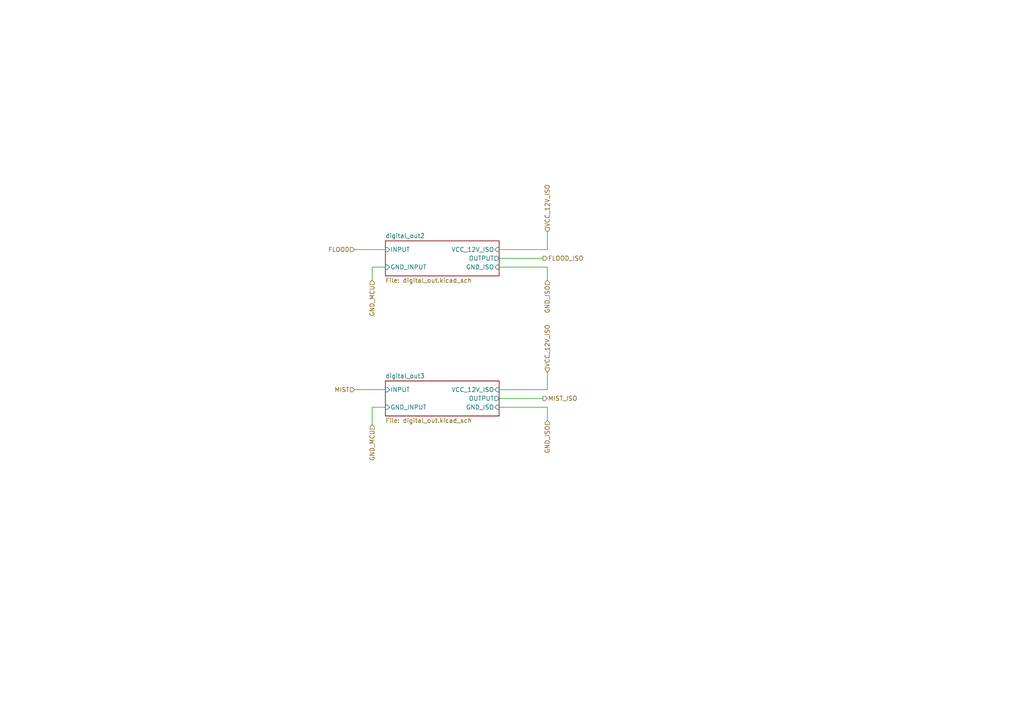
<source format=kicad_sch>
(kicad_sch (version 20211123) (generator eeschema)
  (paper "A4")
  (lib_symbols)
  (wire (pts (xy 107.95 77.47) (xy 107.95 81.28)))
  (wire (pts (xy 144.78 115.57) (xy 157.48 115.57)))
  (wire (pts (xy 111.76 77.47) (xy 107.95 77.47)))
  (wire (pts (xy 144.78 72.39) (xy 158.75 72.39)))
  (wire (pts (xy 144.78 118.11) (xy 158.75 118.11)))
  (wire (pts (xy 158.75 77.47) (xy 158.75 81.28)))
  (wire (pts (xy 158.75 67.31) (xy 158.75 72.39)))
  (wire (pts (xy 144.78 74.93) (xy 157.48 74.93)))
  (wire (pts (xy 144.78 77.47) (xy 158.75 77.47)))
  (wire (pts (xy 102.87 72.39) (xy 111.76 72.39)))
  (wire (pts (xy 158.75 107.95) (xy 158.75 113.03)))
  (wire (pts (xy 144.78 113.03) (xy 158.75 113.03)))
  (wire (pts (xy 107.95 118.11) (xy 107.95 123.19)))
  (wire (pts (xy 102.87 113.03) (xy 111.76 113.03)))
  (wire (pts (xy 158.75 118.11) (xy 158.75 121.92)))
  (wire (pts (xy 111.76 118.11) (xy 107.95 118.11)))
  (hierarchical_label "GND_ISO" (shape input) (at 158.75 121.92 270))
  (hierarchical_label "MIST_ISO" (shape output) (at 157.48 115.57 0))
  (hierarchical_label "MIST" (shape input) (at 102.87 113.03 180))
  (hierarchical_label "VCC_12V_ISO" (shape input) (at 158.75 107.95 90))
  (hierarchical_label "GND_MCU" (shape input) (at 107.95 81.28 270))
  (hierarchical_label "GND_ISO" (shape input) (at 158.75 81.28 270))
  (hierarchical_label "VCC_12V_ISO" (shape input) (at 158.75 67.31 90))
  (hierarchical_label "GND_MCU" (shape input) (at 107.95 123.19 270))
  (hierarchical_label "FLOOD_ISO" (shape output) (at 157.48 74.93 0))
  (hierarchical_label "FLOOD" (shape input) (at 102.87 72.39 180))
  (sheet (at 111.76 110.49) (size 33.02 10.16) (stroke (width 0.1524))
    (property "Sheet name" "digital_out3" (at 111.76 109.7784 0) (effects (justify left bottom)))
    (property "Sheet file" "digital_out.kicad_sch" (at 111.76 121.2346 0) (effects (justify left top)))
    (pin "GND_ISO" input (at 144.78 118.11 0))
    (pin "INPUT" input (at 111.76 113.03 180))
    (pin "GND_INPUT" input (at 111.76 118.11 180))
    (pin "VCC_12V_ISO" input (at 144.78 113.03 0))
    (pin "OUTPUT" output (at 144.78 115.57 0))
  )
  (sheet (at 111.76 69.85) (size 33.02 10.16) (stroke (width 0.1524))
    (property "Sheet name" "digital_out2" (at 111.76 69.1384 0) (effects (justify left bottom)))
    (property "Sheet file" "digital_out.kicad_sch" (at 111.76 80.5946 0) (effects (justify left top)))
    (pin "GND_ISO" input (at 144.78 77.47 0))
    (pin "INPUT" input (at 111.76 72.39 180))
    (pin "GND_INPUT" input (at 111.76 77.47 180))
    (pin "VCC_12V_ISO" input (at 144.78 72.39 0))
    (pin "OUTPUT" output (at 144.78 74.93 0))
  )
)
</source>
